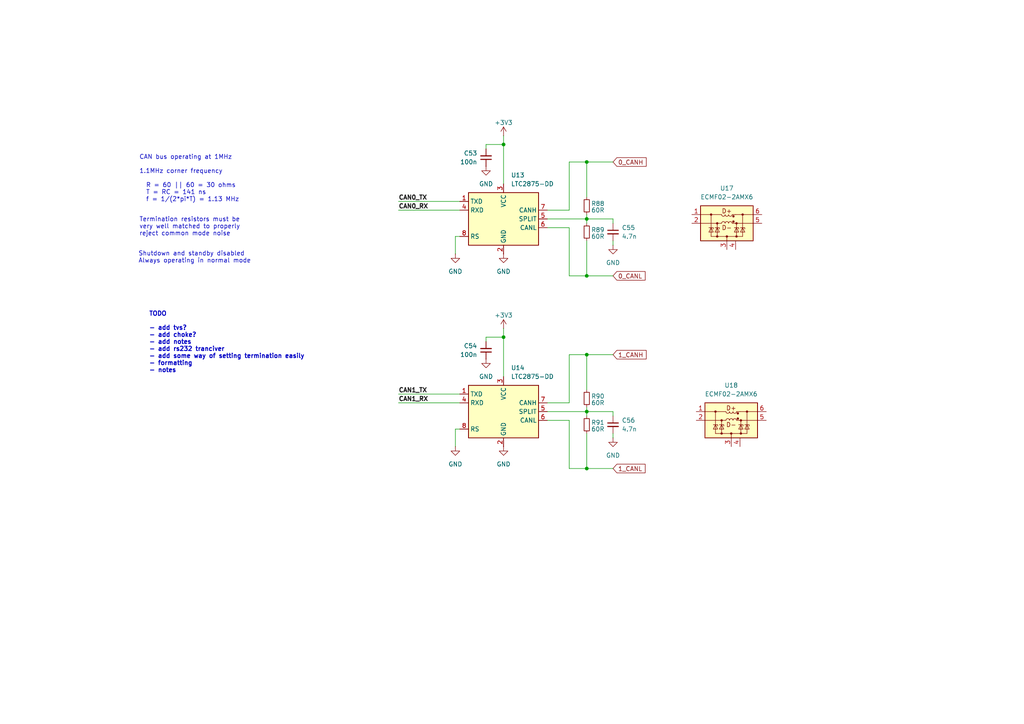
<source format=kicad_sch>
(kicad_sch (version 20250114) (generator "eeschema") (generator_version "9.0")
  (paper "A4")
  (lib_symbols
    (symbol "Device:C_Small" (pin_numbers (hide yes)) (pin_names (offset 0.254) (hide yes))
      (property "Reference" "C" (at 0.254 1.778 0))
      (property "Value" "C_Small" (at 0.254 -2.032 0))
      (symbol "C_Small_0_1"
        (polyline (pts (xy -1.524 0.508) (xy 1.524 0.508)) (stroke (width 0.3048)))
        (polyline (pts (xy -1.524 -0.508) (xy 1.524 -0.508)) (stroke (width 0.3302)))
      )
      (symbol "C_Small_1_1"
        (pin passive line (at 0 2.54 270) (length 2.032) (name "~") (number "1"))
        (pin passive line (at 0 -2.54 90) (length 2.032) (name "~") (number "2"))
      )
    )
    (symbol "Device:R_Small" (pin_numbers (hide yes)) (pin_names (offset 0.254) (hide yes))
      (property "Reference" "R" (at 0.762 0.508 0))
      (property "Value" "R_Small" (at 0.762 -1.016 0))
      (symbol "R_Small_0_1"
        (rectangle (start -0.762 1.778) (end 0.762 -1.778) (stroke (width 0.2032)))
      )
      (symbol "R_Small_1_1"
        (pin passive line (at 0 2.54 270) (length 0.762) (name "~") (number "1"))
        (pin passive line (at 0 -2.54 90) (length 0.762) (name "~") (number "2"))
      )
    )
    (symbol "GND_1" (power) (pin_numbers (hide yes)) (pin_names (offset 0) (hide yes))
      (property "Value" "GND" (at 0 -3.81 0))
      (symbol "GND_1_0_1"
        (polyline (pts (xy 0 0) (xy 0 -1.27) (xy 1.27 -1.27) (xy 0 -2.54) (xy -1.27 -1.27) (xy 0 -1.27)))
      )
      (symbol "GND_1_1_1"
        (pin power_in line (at 0 0 270) (length 0) (name "~") (number "1"))
      )
    )
    (symbol "Interface_CAN_LIN:LTC2875-DD"
      (property "Reference" "U" (at -10.16 8.89 0))
      (property "Value" "LTC2875-DD" (at 2.54 8.89 0))
      (symbol "LTC2875-DD_0_1"
        (rectangle (start -10.16 7.62) (end 10.16 -7.62) (stroke (width 0.254)) (fill (type background)))
      )
      (symbol "LTC2875-DD_1_1"
        (pin input line (at -12.7 5.08 0) (length 2.54) (name "TXD") (number "1"))
        (pin output line (at -12.7 2.54 0) (length 2.54) (name "RXD") (number "4"))
        (pin input line (at -12.7 -5.08 0) (length 2.54) (name "RS") (number "8"))
        (pin power_in line (at 0 10.16 270) (length 2.54) (name "VCC") (number "3"))
        (pin power_in line (at 0 -10.16 90) (length 2.54) (name "GND") (number "2"))
        (pin passive line (at 0 -10.16 90) (length 2.54) (hide yes) (name "GND") (number "9"))
        (pin bidirectional line (at 12.7 2.54 180) (length 2.54) (name "CANH") (number "7"))
        (pin input line (at 12.7 0 180) (length 2.54) (name "SPLIT") (number "5"))
        (pin bidirectional line (at 12.7 -2.54 180) (length 2.54) (name "CANL") (number "6"))
      )
    )
    (symbol "Power_Protection:ECMF02-2AMX6" (pin_names (offset 0.0254) (hide yes))
      (property "Reference" "U" (at 0 10.16 0))
      (property "Value" "ECMF02-2AMX6" (at 0 7.62 0))
      (symbol "ECMF02-2AMX6_0_1"
        (rectangle (start -7.62 5.08) (end 7.62 -5.08) (stroke (width 0.254)) (fill (type background)))
        (polyline (pts (xy -7.62 2.54) (xy -1.524 2.54)))
        (polyline (pts (xy -7.62 0) (xy -1.524 0)))
        (polyline (pts (xy -4.572 2.54) (xy -4.572 -3.81)))
        (polyline (pts (xy -4.572 -3.81) (xy 4.572 -3.81)))
        (polyline (pts (xy -2.794 0) (xy -2.794 -3.81)))
        (arc (start -0.508 2.5023) (mid -1.016 2.0306) (end -1.524 2.5023))
        (arc (start -1.524 0.0377) (mid -1.016 0.5094) (end -0.508 0.0377))
        (arc (start 0.508 2.5023) (mid 0 2.0306) (end -0.508 2.5023))
        (arc (start -0.508 0.0377) (mid 0 0.5094) (end 0.508 0.0377))
        (polyline (pts (xy 0 -5.08) (xy 0 -3.81)))
        (arc (start 1.524 2.5023) (mid 1.016 2.0306) (end 0.508 2.5023))
        (arc (start 0.508 0.0377) (mid 1.016 0.5094) (end 1.524 0.0377))
        (polyline (pts (xy 2.54 2.54) (xy 1.524 2.54)))
        (polyline (pts (xy 2.54 2.54) (xy 7.62 2.54)))
        (polyline (pts (xy 2.54 0) (xy 1.524 0)))
        (polyline (pts (xy 2.54 0) (xy 7.62 0)))
        (polyline (pts (xy 2.794 0) (xy 2.794 -3.81)))
        (polyline (pts (xy 4.572 2.54) (xy 4.572 -3.81)))
        (text "D+" (at 0 3.556 0) (effects (font (size 1.27 1.27))))
        (text "D-" (at 0 -1.27 0) (effects (font (size 1.27 1.27))))
      )
      (symbol "ECMF02-2AMX6_1_1"
        (polyline (pts (xy -5.207 -2.54) (xy -3.937 -2.54) (xy -4.572 -1.27) (xy -5.207 -2.54)))
        (circle (center -4.572 2.54) (radius 0.254) (fill (type outline)))
        (polyline (pts (xy -3.937 -1.651) (xy -3.937 -1.27) (xy -5.207 -1.27)))
        (polyline (pts (xy -3.429 -2.54) (xy -2.159 -2.54) (xy -2.794 -1.27) (xy -3.429 -2.54)))
        (circle (center -2.794 0) (radius 0.254) (fill (type outline)))
        (circle (center -2.794 -3.81) (radius 0.254) (fill (type outline)))
        (polyline (pts (xy -2.159 -1.651) (xy -2.159 -1.27) (xy -3.429 -1.27)))
        (circle (center 0 -3.81) (radius 0.254) (fill (type outline)))
        (circle (center 1.905 2.032) (radius 0.254) (fill (type outline)))
        (circle (center 1.905 0.508) (radius 0.254) (fill (type outline)))
        (circle (center 2.794 0) (radius 0.254) (fill (type outline)))
        (circle (center 2.794 -3.81) (radius 0.254) (fill (type outline)))
        (polyline (pts (xy 3.429 -1.651) (xy 3.429 -1.27) (xy 2.159 -1.27)))
        (polyline (pts (xy 3.429 -2.54) (xy 2.159 -2.54) (xy 2.794 -1.27) (xy 3.429 -2.54)))
        (circle (center 4.572 2.54) (radius 0.254) (fill (type outline)))
        (polyline (pts (xy 5.207 -1.651) (xy 5.207 -1.27) (xy 3.937 -1.27)))
        (polyline (pts (xy 5.207 -2.54) (xy 3.937 -2.54) (xy 4.572 -1.27) (xy 5.207 -2.54)))
        (pin passive line (at -10.16 2.54 0) (length 2.54) (name "D+_in") (number "1"))
        (pin passive line (at -10.16 0 0) (length 2.54) (name "D-_in") (number "2"))
        (pin power_in line (at 0 -7.62 90) (length 2.54) (name "GND") (number "3"))
        (pin free line (at 2.54 -7.62 90) (length 2.54) (name "NC") (number "4"))
        (pin passive line (at 10.16 2.54 180) (length 2.54) (name "D+_out") (number "6"))
        (pin passive line (at 10.16 0 180) (length 2.54) (name "D-_out") (number "5"))
      )
    )
    (symbol "power:+3V3" (power) (pin_numbers (hide yes)) (pin_names (offset 0) (hide yes))
      (property "Value" "+3V3" (at 0 3.556 0))
      (symbol "+3V3_0_1"
        (polyline (pts (xy -0.762 1.27) (xy 0 2.54)))
        (polyline (pts (xy 0 2.54) (xy 0.762 1.27)))
        (polyline (pts (xy 0 0) (xy 0 2.54)))
      )
      (symbol "+3V3_1_1"
        (pin power_in line (at 0 0 90) (length 0) (name "~") (number "1"))
      )
    )
  )
  (text "Termination resistors must be \nvery well matched to properly \nreject common mode noise" (at 40.386 68.58 0) (effects (font (size 1.27 1.27)) (justify left bottom)))
  (text "TODO \n\n- add tvs?\n- add choke?\n- add notes\n- add rs232 tranciver\n- add some way of setting termination easily\n- formatting\n- notes" (at 43.18 99.314 0) (effects (font (size 1.27 1.27) (thickness 0.254) (bold yes)) (justify left)))
  (text "CAN bus operating at 1MHz\n\n1.1MHz corner frequency\n\n  R = 60 || 60 = 30 ohms\n  T = RC = 141 ns\n  f = 1/(2*pi*T) = 1.13 MHz\n" (at 40.386 58.674 0) (effects (font (size 1.27 1.27)) (justify left bottom)))
  (text "Shutdown and standby disabled\nAlways operating in normal mode" (at 40.132 76.454 0) (effects (font (size 1.27 1.27)) (justify left bottom)))
  (junction (at 146.05 97.79))
  (junction (at 170.18 63.5))
  (junction (at 170.18 119.38))
  (junction (at 170.18 80.01))
  (junction (at 170.18 46.99))
  (junction (at 146.05 41.91))
  (junction (at 170.18 135.89))
  (junction (at 170.18 102.87))
  (wire (pts (xy 158.75 116.84) (xy 165.1 116.84)))
  (wire (pts (xy 158.75 66.04) (xy 165.1 66.04)))
  (wire (pts (xy 165.1 80.01) (xy 170.18 80.01)))
  (wire (pts (xy 170.18 119.38) (xy 177.8 119.38)))
  (wire (pts (xy 140.97 99.06) (xy 140.97 97.79)))
  (wire (pts (xy 170.18 57.15) (xy 170.18 46.99)))
  (wire (pts (xy 146.05 95.25) (xy 146.05 97.79)))
  (wire (pts (xy 170.18 118.11) (xy 170.18 119.38)))
  (wire (pts (xy 165.1 121.92) (xy 165.1 135.89)))
  (wire (pts (xy 177.8 64.77) (xy 177.8 63.5)))
  (wire (pts (xy 158.75 63.5) (xy 170.18 63.5)))
  (wire (pts (xy 165.1 66.04) (xy 165.1 80.01)))
  (wire (pts (xy 146.05 39.37) (xy 146.05 41.91)))
  (wire (pts (xy 132.08 124.46) (xy 132.08 129.54)))
  (wire (pts (xy 115.57 116.84) (xy 133.35 116.84)))
  (wire (pts (xy 170.18 80.01) (xy 177.8 80.01)))
  (wire (pts (xy 170.18 46.99) (xy 177.8 46.99)))
  (wire (pts (xy 140.97 41.91) (xy 146.05 41.91)))
  (wire (pts (xy 115.57 58.42) (xy 133.35 58.42)))
  (wire (pts (xy 170.18 63.5) (xy 170.18 64.77)))
  (wire (pts (xy 165.1 46.99) (xy 170.18 46.99)))
  (wire (pts (xy 170.18 69.85) (xy 170.18 80.01)))
  (wire (pts (xy 165.1 102.87) (xy 170.18 102.87)))
  (wire (pts (xy 170.18 102.87) (xy 177.8 102.87)))
  (wire (pts (xy 115.57 114.3) (xy 133.35 114.3)))
  (wire (pts (xy 177.8 125.73) (xy 177.8 127)))
  (wire (pts (xy 140.97 43.18) (xy 140.97 41.91)))
  (wire (pts (xy 170.18 135.89) (xy 177.8 135.89)))
  (wire (pts (xy 115.57 60.96) (xy 133.35 60.96)))
  (wire (pts (xy 158.75 121.92) (xy 165.1 121.92)))
  (wire (pts (xy 170.18 63.5) (xy 177.8 63.5)))
  (wire (pts (xy 177.8 69.85) (xy 177.8 71.12)))
  (wire (pts (xy 165.1 116.84) (xy 165.1 102.87)))
  (wire (pts (xy 158.75 119.38) (xy 170.18 119.38)))
  (wire (pts (xy 132.08 68.58) (xy 132.08 73.66)))
  (wire (pts (xy 170.18 62.23) (xy 170.18 63.5)))
  (wire (pts (xy 146.05 41.91) (xy 146.05 53.34)))
  (wire (pts (xy 146.05 97.79) (xy 146.05 109.22)))
  (wire (pts (xy 170.18 125.73) (xy 170.18 135.89)))
  (wire (pts (xy 158.75 60.96) (xy 165.1 60.96)))
  (wire (pts (xy 140.97 97.79) (xy 146.05 97.79)))
  (wire (pts (xy 170.18 119.38) (xy 170.18 120.65)))
  (wire (pts (xy 132.08 68.58) (xy 133.35 68.58)))
  (wire (pts (xy 165.1 60.96) (xy 165.1 46.99)))
  (wire (pts (xy 170.18 113.03) (xy 170.18 102.87)))
  (wire (pts (xy 177.8 120.65) (xy 177.8 119.38)))
  (wire (pts (xy 132.08 124.46) (xy 133.35 124.46)))
  (wire (pts (xy 165.1 135.89) (xy 170.18 135.89)))
  (label "CAN0_TX" (at 115.57 58.42 0) (effects (font (thickness 0.254) (bold yes))))
  (label "CAN1_RX" (at 115.57 116.84 0) (effects (font (thickness 0.254) (bold yes))))
  (label "CAN1_TX" (at 115.57 114.3 0) (effects (font (thickness 0.254) (bold yes))))
  (label "CAN0_RX" (at 115.57 60.96 0) (effects (font (thickness 0.254) (bold yes))))
  (global_label "1_CANL" (shape input) (at 177.8 135.89 0) (property "Intersheetrefs" "${INTERSHEET_REFS}" (effects (hide yes))))
  (global_label "0_CANL" (shape input) (at 177.8 80.01 0) (property "Intersheetrefs" "${INTERSHEET_REFS}" (effects (hide yes))))
  (global_label "0_CANH" (shape input) (at 177.8 46.99 0) (property "Intersheetrefs" "${INTERSHEET_REFS}" (effects (hide yes))))
  (global_label "1_CANH" (shape input) (at 177.8 102.87 0) (property "Intersheetrefs" "${INTERSHEET_REFS}" (effects (hide yes))))
  (symbol (lib_id "Device:C_Small") (at 140.97 45.72 0) (mirror x) (unit 1)
    (property "Reference" "C53" (at 138.43 44.4435 0) (effects (justify right)))
    (property "Value" "100n" (at 138.43 46.9835 0) (effects (justify right)))
    (property "Footprint" "Capacitor_SMD:C_0402_1005Metric" (effects (hide yes)))
    (property "Datasheet" "https://www.mouser.co.uk/datasheet/2/212/KEM_C1002_X7R_SMD-1102033.pdf" (effects (hide yes)))
    (property "Optional" "False" (effects (hide yes)))
    (property "Order Code" "80-C0805C104K5RACLR" (effects (hide yes)))
    (property "Supplier" "Mouser" (effects (hide yes)))
  )
  (symbol (lib_id "power:+3V3") (at 146.05 39.37 0) (unit 1)
    (property "Reference" "#PWR0128" (effects (hide yes)))
    (property "Value" "+3V3" (at 146.05 35.56 0))
    (property "Description" "Power symbol creates a global label with name \"+3V3\"" (effects (hide yes)))
  )
  (symbol (lib_id "Interface_CAN_LIN:LTC2875-DD") (at 146.05 119.38 0) (unit 1)
    (property "Reference" "U14" (at 148.1933 106.68 0) (effects (justify left)))
    (property "Value" "LTC2875-DD" (at 148.1933 109.22 0) (effects (justify left)))
    (property "Footprint" "Package_DFN_QFN:DFN-8-1EP_3x3mm_P0.5mm_EP1.66x2.38mm" (effects (hide yes)))
    (property "Datasheet" "https://www.analog.com/media/en/technical-documentation/data-sheets/2875f.pdf" (effects (hide yes)))
    (property "Description" "High-Speed CAN Transceiver, 4Mbps, 3.3V or 5V supply, DFN-8" (effects (hide yes)))
  )
  (symbol (lib_name "GND_1") (lib_id "power:GND") (at 140.97 48.26 0) (unit 1)
    (property "Reference" "#PWR0126" (effects (hide yes)))
    (property "Value" "GND" (at 140.97 53.34 0))
    (property "Description" "Power symbol creates a global label with name \"GND\" , ground" (effects (hide yes)))
  )
  (symbol (lib_id "Device:C_Small") (at 140.97 101.6 0) (mirror x) (unit 1)
    (property "Reference" "C54" (at 138.43 100.3235 0) (effects (justify right)))
    (property "Value" "100n" (at 138.43 102.8635 0) (effects (justify right)))
    (property "Footprint" "Capacitor_SMD:C_0402_1005Metric" (effects (hide yes)))
    (property "Datasheet" "https://www.mouser.co.uk/datasheet/2/212/KEM_C1002_X7R_SMD-1102033.pdf" (effects (hide yes)))
    (property "Optional" "False" (effects (hide yes)))
    (property "Order Code" "80-C0805C104K5RACLR" (effects (hide yes)))
    (property "Supplier" "Mouser" (effects (hide yes)))
  )
  (symbol (lib_name "GND_1") (lib_id "power:GND") (at 177.8 71.12 0) (unit 1)
    (property "Reference" "#PWR0132" (effects (hide yes)))
    (property "Value" "GND" (at 177.8 76.2 0))
    (property "Description" "Power symbol creates a global label with name \"GND\" , ground" (effects (hide yes)))
  )
  (symbol (lib_id "Device:R_Small") (at 170.18 123.19 180) (unit 1)
    (property "Reference" "R91" (at 171.45 122.555 0) (effects (justify right)))
    (property "Value" "60R" (at 171.45 124.46 0) (effects (justify right)))
    (property "Footprint" "Resistor_SMD:R_0402_1005Metric" (effects (hide yes)))
    (property "Datasheet" "https://www.mouser.co.uk/datasheet/2/427/dcrcwife3-1761849.pdf" (effects (hide yes)))
    (property "Optional" "True" (effects (hide yes)))
    (property "Supplier" "Mouser" (effects (hide yes)))
  )
  (symbol (lib_id "Device:C_Small") (at 177.8 123.19 0) (unit 1)
    (property "Reference" "C56" (at 180.34 121.9262 0) (effects (justify left)))
    (property "Value" "4.7n" (at 180.34 124.4662 0) (effects (justify left)))
    (property "Footprint" "Capacitor_SMD:C_0402_1005Metric" (effects (hide yes)))
    (property "Datasheet" "https://www.mouser.co.uk/datasheet/2/212/1/KEM_C1076_X7R_HV_AUTO_SMD-1093301.pdf" (effects (hide yes)))
    (property "Optional" "True" (effects (hide yes)))
    (property "Order Code" "80-C0805C472KBRAUTO" (effects (hide yes)))
    (property "Supplier" "Mouser" (effects (hide yes)))
  )
  (symbol (lib_name "GND_1") (lib_id "power:GND") (at 132.08 129.54 0) (unit 1)
    (property "Reference" "#PWR0125" (effects (hide yes)))
    (property "Value" "GND" (at 132.08 134.62 0))
    (property "Description" "Power symbol creates a global label with name \"GND\" , ground" (effects (hide yes)))
  )
  (symbol (lib_id "power:+3V3") (at 146.05 95.25 0) (unit 1)
    (property "Reference" "#PWR0130" (effects (hide yes)))
    (property "Value" "+3V3" (at 146.05 91.44 0))
    (property "Description" "Power symbol creates a global label with name \"+3V3\"" (effects (hide yes)))
  )
  (symbol (lib_id "Device:R_Small") (at 170.18 67.31 180) (unit 1)
    (property "Reference" "R89" (at 171.45 66.675 0) (effects (justify right)))
    (property "Value" "60R" (at 171.45 68.58 0) (effects (justify right)))
    (property "Footprint" "Resistor_SMD:R_0402_1005Metric" (effects (hide yes)))
    (property "Datasheet" "https://www.mouser.co.uk/datasheet/2/427/dcrcwife3-1761849.pdf" (effects (hide yes)))
    (property "Optional" "True" (effects (hide yes)))
    (property "Supplier" "Mouser" (effects (hide yes)))
  )
  (symbol (lib_id "Device:R_Small") (at 170.18 59.69 180) (unit 1)
    (property "Reference" "R88" (at 171.45 59.055 0) (effects (justify right)))
    (property "Value" "60R" (at 171.45 60.96 0) (effects (justify right)))
    (property "Footprint" "Resistor_SMD:R_0402_1005Metric" (effects (hide yes)))
    (property "Datasheet" "https://www.mouser.co.uk/datasheet/2/427/dcrcwife3-1761849.pdf" (effects (hide yes)))
    (property "Optional" "True" (effects (hide yes)))
    (property "Supplier" "Mouser" (effects (hide yes)))
  )
  (symbol (lib_id "Device:R_Small") (at 170.18 115.57 180) (unit 1)
    (property "Reference" "R90" (at 171.45 114.935 0) (effects (justify right)))
    (property "Value" "60R" (at 171.45 116.84 0) (effects (justify right)))
    (property "Footprint" "Resistor_SMD:R_0402_1005Metric" (effects (hide yes)))
    (property "Datasheet" "https://www.mouser.co.uk/datasheet/2/427/dcrcwife3-1761849.pdf" (effects (hide yes)))
    (property "Optional" "True" (effects (hide yes)))
    (property "Supplier" "Mouser" (effects (hide yes)))
  )
  (symbol (lib_name "GND_1") (lib_id "power:GND") (at 140.97 104.14 0) (unit 1)
    (property "Reference" "#PWR0127" (effects (hide yes)))
    (property "Value" "GND" (at 140.97 109.22 0))
    (property "Description" "Power symbol creates a global label with name \"GND\" , ground" (effects (hide yes)))
  )
  (symbol (lib_id "Power_Protection:ECMF02-2AMX6") (at 210.82 64.77 0) (unit 1)
    (property "Reference" "U17" (at 210.82 54.61 0))
    (property "Value" "ECMF02-2AMX6" (at 210.82 57.15 0))
    (property "Footprint" "Package_DFN_QFN:ST_UQFN-6L_1.5x1.7mm_P0.5mm" (effects (hide yes)))
    (property "Datasheet" "https://www.st.com/resource/en/datasheet/ecmf02-2amx6.pdf" (effects (hide yes)))
    (property "Description" "Single Pair Common Mode Filter with ESD Protection, UQFN-6L" (effects (hide yes)))
  )
  (symbol (lib_name "GND_1") (lib_id "power:GND") (at 146.05 73.66 0) (unit 1)
    (property "Reference" "#PWR0129" (effects (hide yes)))
    (property "Value" "GND" (at 146.05 78.74 0))
    (property "Description" "Power symbol creates a global label with name \"GND\" , ground" (effects (hide yes)))
  )
  (symbol (lib_name "GND_1") (lib_id "power:GND") (at 177.8 127 0) (unit 1)
    (property "Reference" "#PWR0133" (effects (hide yes)))
    (property "Value" "GND" (at 177.8 132.08 0))
    (property "Description" "Power symbol creates a global label with name \"GND\" , ground" (effects (hide yes)))
  )
  (symbol (lib_name "GND_1") (lib_id "power:GND") (at 146.05 129.54 0) (unit 1)
    (property "Reference" "#PWR0131" (effects (hide yes)))
    (property "Value" "GND" (at 146.05 134.62 0))
    (property "Description" "Power symbol creates a global label with name \"GND\" , ground" (effects (hide yes)))
  )
  (symbol (lib_id "Interface_CAN_LIN:LTC2875-DD") (at 146.05 63.5 0) (unit 1)
    (property "Reference" "U13" (at 148.1933 50.8 0) (effects (justify left)))
    (property "Value" "LTC2875-DD" (at 148.1933 53.34 0) (effects (justify left)))
    (property "Footprint" "Package_DFN_QFN:DFN-8-1EP_3x3mm_P0.5mm_EP1.66x2.38mm" (effects (hide yes)))
    (property "Datasheet" "https://www.analog.com/media/en/technical-documentation/data-sheets/2875f.pdf" (effects (hide yes)))
    (property "Description" "High-Speed CAN Transceiver, 4Mbps, 3.3V or 5V supply, DFN-8" (effects (hide yes)))
  )
  (symbol (lib_id "Power_Protection:ECMF02-2AMX6") (at 212.09 121.92 0) (unit 1)
    (property "Reference" "U18" (at 212.09 111.76 0))
    (property "Value" "ECMF02-2AMX6" (at 212.09 114.3 0))
    (property "Footprint" "Package_DFN_QFN:ST_UQFN-6L_1.5x1.7mm_P0.5mm" (effects (hide yes)))
    (property "Datasheet" "https://www.st.com/resource/en/datasheet/ecmf02-2amx6.pdf" (effects (hide yes)))
    (property "Description" "Single Pair Common Mode Filter with ESD Protection, UQFN-6L" (effects (hide yes)))
  )
  (symbol (lib_name "GND_1") (lib_id "power:GND") (at 132.08 73.66 0) (unit 1)
    (property "Reference" "#PWR0124" (effects (hide yes)))
    (property "Value" "GND" (at 132.08 78.74 0))
    (property "Description" "Power symbol creates a global label with name \"GND\" , ground" (effects (hide yes)))
  )
  (symbol (lib_id "Device:C_Small") (at 177.8 67.31 0) (unit 1)
    (property "Reference" "C55" (at 180.34 66.0462 0) (effects (justify left)))
    (property "Value" "4.7n" (at 180.34 68.5862 0) (effects (justify left)))
    (property "Footprint" "Capacitor_SMD:C_0402_1005Metric" (effects (hide yes)))
    (property "Datasheet" "https://www.mouser.co.uk/datasheet/2/212/1/KEM_C1076_X7R_HV_AUTO_SMD-1093301.pdf" (effects (hide yes)))
    (property "Optional" "True" (effects (hide yes)))
    (property "Order Code" "80-C0805C472KBRAUTO" (effects (hide yes)))
    (property "Supplier" "Mouser" (effects (hide yes)))
  )
)
</source>
